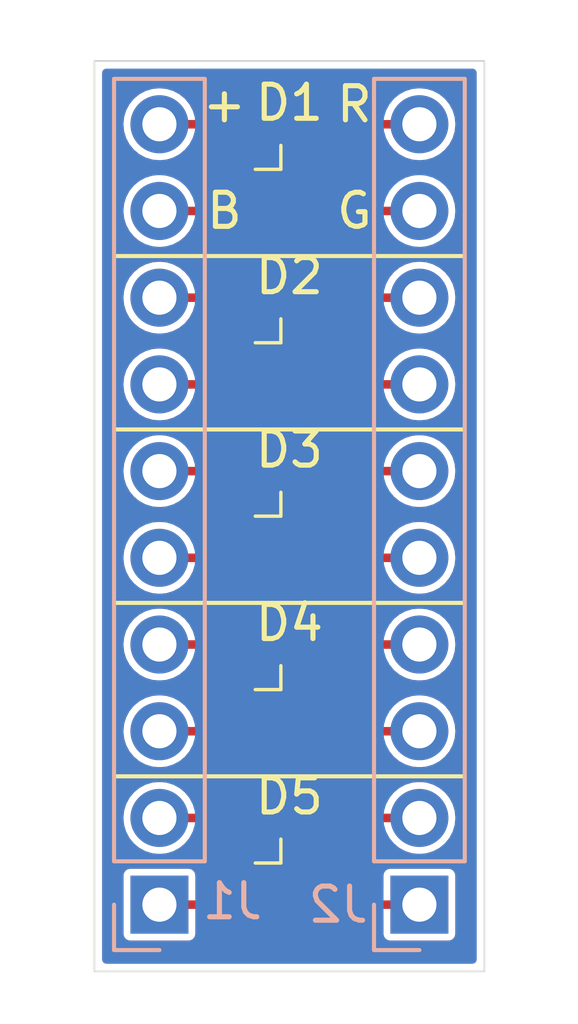
<source format=kicad_pcb>
(kicad_pcb (version 20171130) (host pcbnew "(5.1.2)-1")

  (general
    (thickness 1.6)
    (drawings 12)
    (tracks 40)
    (zones 0)
    (modules 7)
    (nets 21)
  )

  (page A4)
  (layers
    (0 F.Cu signal)
    (31 B.Cu signal)
    (32 B.Adhes user)
    (33 F.Adhes user)
    (34 B.Paste user)
    (35 F.Paste user)
    (36 B.SilkS user)
    (37 F.SilkS user)
    (38 B.Mask user)
    (39 F.Mask user)
    (40 Dwgs.User user)
    (41 Cmts.User user)
    (42 Eco1.User user)
    (43 Eco2.User user)
    (44 Edge.Cuts user)
    (45 Margin user)
    (46 B.CrtYd user)
    (47 F.CrtYd user)
    (48 B.Fab user)
    (49 F.Fab user)
  )

  (setup
    (last_trace_width 0.25)
    (user_trace_width 0.2)
    (trace_clearance 0.2)
    (zone_clearance 0.2)
    (zone_45_only no)
    (trace_min 0.2)
    (via_size 0.8)
    (via_drill 0.4)
    (via_min_size 0.4)
    (via_min_drill 0.3)
    (uvia_size 0.3)
    (uvia_drill 0.1)
    (uvias_allowed no)
    (uvia_min_size 0.2)
    (uvia_min_drill 0.1)
    (edge_width 0.05)
    (segment_width 0.2)
    (pcb_text_width 0.3)
    (pcb_text_size 1.5 1.5)
    (mod_edge_width 0.12)
    (mod_text_size 1 1)
    (mod_text_width 0.15)
    (pad_size 1.524 1.524)
    (pad_drill 0.762)
    (pad_to_mask_clearance 0.051)
    (solder_mask_min_width 0.25)
    (aux_axis_origin 0 0)
    (visible_elements 7FFFFFFF)
    (pcbplotparams
      (layerselection 0x010fc_ffffffff)
      (usegerberextensions false)
      (usegerberattributes false)
      (usegerberadvancedattributes false)
      (creategerberjobfile false)
      (excludeedgelayer true)
      (linewidth 0.100000)
      (plotframeref false)
      (viasonmask false)
      (mode 1)
      (useauxorigin false)
      (hpglpennumber 1)
      (hpglpenspeed 20)
      (hpglpendiameter 15.000000)
      (psnegative false)
      (psa4output false)
      (plotreference true)
      (plotvalue true)
      (plotinvisibletext false)
      (padsonsilk false)
      (subtractmaskfromsilk false)
      (outputformat 1)
      (mirror false)
      (drillshape 1)
      (scaleselection 1)
      (outputdirectory ""))
  )

  (net 0 "")
  (net 1 "Net-(D1-Pad4)")
  (net 2 "Net-(D1-Pad3)")
  (net 3 "Net-(D1-Pad2)")
  (net 4 "Net-(D1-Pad1)")
  (net 5 "Net-(D2-Pad4)")
  (net 6 "Net-(D2-Pad3)")
  (net 7 "Net-(D2-Pad2)")
  (net 8 "Net-(D2-Pad1)")
  (net 9 "Net-(D3-Pad4)")
  (net 10 "Net-(D3-Pad3)")
  (net 11 "Net-(D3-Pad2)")
  (net 12 "Net-(D3-Pad1)")
  (net 13 "Net-(D4-Pad4)")
  (net 14 "Net-(D4-Pad3)")
  (net 15 "Net-(D4-Pad2)")
  (net 16 "Net-(D4-Pad1)")
  (net 17 "Net-(D5-Pad4)")
  (net 18 "Net-(D5-Pad3)")
  (net 19 "Net-(D5-Pad2)")
  (net 20 "Net-(D5-Pad1)")

  (net_class Default "This is the default net class."
    (clearance 0.2)
    (trace_width 0.25)
    (via_dia 0.8)
    (via_drill 0.4)
    (uvia_dia 0.3)
    (uvia_drill 0.1)
    (add_net "Net-(D1-Pad1)")
    (add_net "Net-(D1-Pad2)")
    (add_net "Net-(D1-Pad3)")
    (add_net "Net-(D1-Pad4)")
    (add_net "Net-(D2-Pad1)")
    (add_net "Net-(D2-Pad2)")
    (add_net "Net-(D2-Pad3)")
    (add_net "Net-(D2-Pad4)")
    (add_net "Net-(D3-Pad1)")
    (add_net "Net-(D3-Pad2)")
    (add_net "Net-(D3-Pad3)")
    (add_net "Net-(D3-Pad4)")
    (add_net "Net-(D4-Pad1)")
    (add_net "Net-(D4-Pad2)")
    (add_net "Net-(D4-Pad3)")
    (add_net "Net-(D4-Pad4)")
    (add_net "Net-(D5-Pad1)")
    (add_net "Net-(D5-Pad2)")
    (add_net "Net-(D5-Pad3)")
    (add_net "Net-(D5-Pad4)")
  )

  (module LED_SMD:LED_RGB_EAST1616RGBA3 (layer F.Cu) (tedit 5D88A18F) (tstamp 5D74417F)
    (at 140.97 105.41 180)
    (path /5D753E2C)
    (fp_text reference D5 (at 0 1.95) (layer F.SilkS)
      (effects (font (size 1 1) (thickness 0.15)))
    )
    (fp_text value LED_BGRA (at 0 -1.95) (layer F.Fab)
      (effects (font (size 1 1) (thickness 0.15)))
    )
    (fp_line (start 0.25 0.7) (end 0.25 0) (layer F.SilkS) (width 0.1))
    (fp_line (start 0.25 0) (end 1 0) (layer F.SilkS) (width 0.1))
    (fp_line (start -1.1 -0.85) (end -1.1 0.85) (layer F.CrtYd) (width 0.05))
    (fp_line (start -1.1 0.85) (end 1.1 0.85) (layer F.CrtYd) (width 0.05))
    (fp_line (start 1.1 0.85) (end 1.1 -0.85) (layer F.CrtYd) (width 0.05))
    (fp_line (start 1.1 -0.85) (end -1.1 -0.85) (layer F.CrtYd) (width 0.05))
    (pad 2 smd rect (at -0.7 -0.45 180) (size 0.6 0.65) (layers F.Cu F.Paste F.Mask)
      (net 19 "Net-(D5-Pad2)"))
    (pad 1 smd rect (at -0.7 0.45 180) (size 0.6 0.65) (layers F.Cu F.Paste F.Mask)
      (net 20 "Net-(D5-Pad1)"))
    (pad 3 smd rect (at 0.7 -0.45 180) (size 0.6 0.65) (layers F.Cu F.Paste F.Mask)
      (net 18 "Net-(D5-Pad3)"))
    (pad 4 smd rect (at 0.7 0.45 180) (size 0.6 0.65) (layers F.Cu F.Paste F.Mask)
      (net 17 "Net-(D5-Pad4)"))
    (model Z:/project/kicad/custom_libs/models/LED.3dshapes/EAST1616RGBA0.IGS
      (at (xyz 0 0 0))
      (scale (xyz 1 1 1))
      (rotate (xyz 0 0 0))
    )
  )

  (module LED_SMD:LED_RGB_EAST1616RGBA3 (layer F.Cu) (tedit 5D88A18F) (tstamp 5D744171)
    (at 140.97 100.33 180)
    (path /5D7532DC)
    (fp_text reference D4 (at 0 1.95) (layer F.SilkS)
      (effects (font (size 1 1) (thickness 0.15)))
    )
    (fp_text value LED_BGRA (at 0 -1.95) (layer F.Fab)
      (effects (font (size 1 1) (thickness 0.15)))
    )
    (fp_line (start 0.25 0.7) (end 0.25 0) (layer F.SilkS) (width 0.1))
    (fp_line (start 0.25 0) (end 1 0) (layer F.SilkS) (width 0.1))
    (fp_line (start -1.1 -0.85) (end -1.1 0.85) (layer F.CrtYd) (width 0.05))
    (fp_line (start -1.1 0.85) (end 1.1 0.85) (layer F.CrtYd) (width 0.05))
    (fp_line (start 1.1 0.85) (end 1.1 -0.85) (layer F.CrtYd) (width 0.05))
    (fp_line (start 1.1 -0.85) (end -1.1 -0.85) (layer F.CrtYd) (width 0.05))
    (pad 2 smd rect (at -0.7 -0.45 180) (size 0.6 0.65) (layers F.Cu F.Paste F.Mask)
      (net 15 "Net-(D4-Pad2)"))
    (pad 1 smd rect (at -0.7 0.45 180) (size 0.6 0.65) (layers F.Cu F.Paste F.Mask)
      (net 16 "Net-(D4-Pad1)"))
    (pad 3 smd rect (at 0.7 -0.45 180) (size 0.6 0.65) (layers F.Cu F.Paste F.Mask)
      (net 14 "Net-(D4-Pad3)"))
    (pad 4 smd rect (at 0.7 0.45 180) (size 0.6 0.65) (layers F.Cu F.Paste F.Mask)
      (net 13 "Net-(D4-Pad4)"))
    (model Z:/project/kicad/custom_libs/models/LED.3dshapes/EAST1616RGBA0.IGS
      (at (xyz 0 0 0))
      (scale (xyz 1 1 1))
      (rotate (xyz 0 0 0))
    )
  )

  (module LED_SMD:LED_RGB_EAST1616RGBA3 (layer F.Cu) (tedit 5D88A18F) (tstamp 5D744163)
    (at 140.97 95.25 180)
    (path /5D7527AC)
    (fp_text reference D3 (at 0 1.95) (layer F.SilkS)
      (effects (font (size 1 1) (thickness 0.15)))
    )
    (fp_text value LED_BGRA (at 0 -1.95) (layer F.Fab)
      (effects (font (size 1 1) (thickness 0.15)))
    )
    (fp_line (start 0.25 0.7) (end 0.25 0) (layer F.SilkS) (width 0.1))
    (fp_line (start 0.25 0) (end 1 0) (layer F.SilkS) (width 0.1))
    (fp_line (start -1.1 -0.85) (end -1.1 0.85) (layer F.CrtYd) (width 0.05))
    (fp_line (start -1.1 0.85) (end 1.1 0.85) (layer F.CrtYd) (width 0.05))
    (fp_line (start 1.1 0.85) (end 1.1 -0.85) (layer F.CrtYd) (width 0.05))
    (fp_line (start 1.1 -0.85) (end -1.1 -0.85) (layer F.CrtYd) (width 0.05))
    (pad 2 smd rect (at -0.7 -0.45 180) (size 0.6 0.65) (layers F.Cu F.Paste F.Mask)
      (net 11 "Net-(D3-Pad2)"))
    (pad 1 smd rect (at -0.7 0.45 180) (size 0.6 0.65) (layers F.Cu F.Paste F.Mask)
      (net 12 "Net-(D3-Pad1)"))
    (pad 3 smd rect (at 0.7 -0.45 180) (size 0.6 0.65) (layers F.Cu F.Paste F.Mask)
      (net 10 "Net-(D3-Pad3)"))
    (pad 4 smd rect (at 0.7 0.45 180) (size 0.6 0.65) (layers F.Cu F.Paste F.Mask)
      (net 9 "Net-(D3-Pad4)"))
    (model Z:/project/kicad/custom_libs/models/LED.3dshapes/EAST1616RGBA0.IGS
      (at (xyz 0 0 0))
      (scale (xyz 1 1 1))
      (rotate (xyz 0 0 0))
    )
  )

  (module LED_SMD:LED_RGB_EAST1616RGBA3 (layer F.Cu) (tedit 5D88A18F) (tstamp 5D744155)
    (at 140.97 90.17 180)
    (path /5D751D27)
    (fp_text reference D2 (at 0 1.95) (layer F.SilkS)
      (effects (font (size 1 1) (thickness 0.15)))
    )
    (fp_text value LED_BGRA (at 0 -1.95) (layer F.Fab)
      (effects (font (size 1 1) (thickness 0.15)))
    )
    (fp_line (start 0.25 0.7) (end 0.25 0) (layer F.SilkS) (width 0.1))
    (fp_line (start 0.25 0) (end 1 0) (layer F.SilkS) (width 0.1))
    (fp_line (start -1.1 -0.85) (end -1.1 0.85) (layer F.CrtYd) (width 0.05))
    (fp_line (start -1.1 0.85) (end 1.1 0.85) (layer F.CrtYd) (width 0.05))
    (fp_line (start 1.1 0.85) (end 1.1 -0.85) (layer F.CrtYd) (width 0.05))
    (fp_line (start 1.1 -0.85) (end -1.1 -0.85) (layer F.CrtYd) (width 0.05))
    (pad 2 smd rect (at -0.7 -0.45 180) (size 0.6 0.65) (layers F.Cu F.Paste F.Mask)
      (net 7 "Net-(D2-Pad2)"))
    (pad 1 smd rect (at -0.7 0.45 180) (size 0.6 0.65) (layers F.Cu F.Paste F.Mask)
      (net 8 "Net-(D2-Pad1)"))
    (pad 3 smd rect (at 0.7 -0.45 180) (size 0.6 0.65) (layers F.Cu F.Paste F.Mask)
      (net 6 "Net-(D2-Pad3)"))
    (pad 4 smd rect (at 0.7 0.45 180) (size 0.6 0.65) (layers F.Cu F.Paste F.Mask)
      (net 5 "Net-(D2-Pad4)"))
    (model Z:/project/kicad/custom_libs/models/LED.3dshapes/EAST1616RGBA0.IGS
      (at (xyz 0 0 0))
      (scale (xyz 1 1 1))
      (rotate (xyz 0 0 0))
    )
  )

  (module LED_SMD:LED_RGB_EAST1616RGBA3 (layer F.Cu) (tedit 5D88A18F) (tstamp 5D744147)
    (at 140.97 85.09 180)
    (path /5D74BA63)
    (fp_text reference D1 (at 0 1.95) (layer F.SilkS)
      (effects (font (size 1 1) (thickness 0.15)))
    )
    (fp_text value LED_BGRA (at 0 -1.95) (layer F.Fab)
      (effects (font (size 1 1) (thickness 0.15)))
    )
    (fp_line (start 0.25 0.7) (end 0.25 0) (layer F.SilkS) (width 0.1))
    (fp_line (start 0.25 0) (end 1 0) (layer F.SilkS) (width 0.1))
    (fp_line (start -1.1 -0.85) (end -1.1 0.85) (layer F.CrtYd) (width 0.05))
    (fp_line (start -1.1 0.85) (end 1.1 0.85) (layer F.CrtYd) (width 0.05))
    (fp_line (start 1.1 0.85) (end 1.1 -0.85) (layer F.CrtYd) (width 0.05))
    (fp_line (start 1.1 -0.85) (end -1.1 -0.85) (layer F.CrtYd) (width 0.05))
    (pad 2 smd rect (at -0.7 -0.45 180) (size 0.6 0.65) (layers F.Cu F.Paste F.Mask)
      (net 3 "Net-(D1-Pad2)"))
    (pad 1 smd rect (at -0.7 0.45 180) (size 0.6 0.65) (layers F.Cu F.Paste F.Mask)
      (net 4 "Net-(D1-Pad1)"))
    (pad 3 smd rect (at 0.7 -0.45 180) (size 0.6 0.65) (layers F.Cu F.Paste F.Mask)
      (net 2 "Net-(D1-Pad3)"))
    (pad 4 smd rect (at 0.7 0.45 180) (size 0.6 0.65) (layers F.Cu F.Paste F.Mask)
      (net 1 "Net-(D1-Pad4)"))
    (model Z:/project/kicad/custom_libs/models/LED.3dshapes/EAST1616RGBA0.IGS
      (at (xyz 0 0 0))
      (scale (xyz 1 1 1))
      (rotate (xyz 0 0 0))
    )
  )

  (module Connector_PinHeader_2.54mm:PinHeader_1x10_P2.54mm_Vertical (layer B.Cu) (tedit 59FED5CC) (tstamp 5D7441BB)
    (at 144.78 106.63)
    (descr "Through hole straight pin header, 1x10, 2.54mm pitch, single row")
    (tags "Through hole pin header THT 1x10 2.54mm single row")
    (path /5D74ACC4)
    (fp_text reference J2 (at -2.38 0) (layer B.SilkS)
      (effects (font (size 1 1) (thickness 0.15)) (justify mirror))
    )
    (fp_text value Conn_01x10 (at 0 -25.19) (layer B.Fab)
      (effects (font (size 1 1) (thickness 0.15)) (justify mirror))
    )
    (fp_text user %R (at 0 -11.43 -90) (layer B.Fab)
      (effects (font (size 1 1) (thickness 0.15)) (justify mirror))
    )
    (fp_line (start 1.8 1.8) (end -1.8 1.8) (layer B.CrtYd) (width 0.05))
    (fp_line (start 1.8 -24.65) (end 1.8 1.8) (layer B.CrtYd) (width 0.05))
    (fp_line (start -1.8 -24.65) (end 1.8 -24.65) (layer B.CrtYd) (width 0.05))
    (fp_line (start -1.8 1.8) (end -1.8 -24.65) (layer B.CrtYd) (width 0.05))
    (fp_line (start -1.33 1.33) (end 0 1.33) (layer B.SilkS) (width 0.12))
    (fp_line (start -1.33 0) (end -1.33 1.33) (layer B.SilkS) (width 0.12))
    (fp_line (start -1.33 -1.27) (end 1.33 -1.27) (layer B.SilkS) (width 0.12))
    (fp_line (start 1.33 -1.27) (end 1.33 -24.19) (layer B.SilkS) (width 0.12))
    (fp_line (start -1.33 -1.27) (end -1.33 -24.19) (layer B.SilkS) (width 0.12))
    (fp_line (start -1.33 -24.19) (end 1.33 -24.19) (layer B.SilkS) (width 0.12))
    (fp_line (start -1.27 0.635) (end -0.635 1.27) (layer B.Fab) (width 0.1))
    (fp_line (start -1.27 -24.13) (end -1.27 0.635) (layer B.Fab) (width 0.1))
    (fp_line (start 1.27 -24.13) (end -1.27 -24.13) (layer B.Fab) (width 0.1))
    (fp_line (start 1.27 1.27) (end 1.27 -24.13) (layer B.Fab) (width 0.1))
    (fp_line (start -0.635 1.27) (end 1.27 1.27) (layer B.Fab) (width 0.1))
    (pad 10 thru_hole oval (at 0 -22.86) (size 1.7 1.7) (drill 1) (layers *.Cu *.Mask)
      (net 4 "Net-(D1-Pad1)"))
    (pad 9 thru_hole oval (at 0 -20.32) (size 1.7 1.7) (drill 1) (layers *.Cu *.Mask)
      (net 3 "Net-(D1-Pad2)"))
    (pad 8 thru_hole oval (at 0 -17.78) (size 1.7 1.7) (drill 1) (layers *.Cu *.Mask)
      (net 8 "Net-(D2-Pad1)"))
    (pad 7 thru_hole oval (at 0 -15.24) (size 1.7 1.7) (drill 1) (layers *.Cu *.Mask)
      (net 7 "Net-(D2-Pad2)"))
    (pad 6 thru_hole oval (at 0 -12.7) (size 1.7 1.7) (drill 1) (layers *.Cu *.Mask)
      (net 12 "Net-(D3-Pad1)"))
    (pad 5 thru_hole oval (at 0 -10.16) (size 1.7 1.7) (drill 1) (layers *.Cu *.Mask)
      (net 11 "Net-(D3-Pad2)"))
    (pad 4 thru_hole oval (at 0 -7.62) (size 1.7 1.7) (drill 1) (layers *.Cu *.Mask)
      (net 16 "Net-(D4-Pad1)"))
    (pad 3 thru_hole oval (at 0 -5.08) (size 1.7 1.7) (drill 1) (layers *.Cu *.Mask)
      (net 15 "Net-(D4-Pad2)"))
    (pad 2 thru_hole oval (at 0 -2.54) (size 1.7 1.7) (drill 1) (layers *.Cu *.Mask)
      (net 20 "Net-(D5-Pad1)"))
    (pad 1 thru_hole rect (at 0 0) (size 1.7 1.7) (drill 1) (layers *.Cu *.Mask)
      (net 19 "Net-(D5-Pad2)"))
    (model ${KISYS3DMOD}/Connector_PinHeader_2.54mm.3dshapes/PinHeader_1x10_P2.54mm_Vertical.wrl
      (at (xyz 0 0 0))
      (scale (xyz 1 1 1))
      (rotate (xyz 0 0 0))
    )
  )

  (module Connector_PinHeader_2.54mm:PinHeader_1x10_P2.54mm_Vertical (layer B.Cu) (tedit 59FED5CC) (tstamp 5D74419D)
    (at 137.16 106.63)
    (descr "Through hole straight pin header, 1x10, 2.54mm pitch, single row")
    (tags "Through hole pin header THT 1x10 2.54mm single row")
    (path /5D742E5A)
    (fp_text reference J1 (at 2.14 -0.1) (layer B.SilkS)
      (effects (font (size 1 1) (thickness 0.15)) (justify mirror))
    )
    (fp_text value Conn_01x10 (at 0 -25.19) (layer B.Fab)
      (effects (font (size 1 1) (thickness 0.15)) (justify mirror))
    )
    (fp_text user %R (at 0 -11.43 -90) (layer B.Fab)
      (effects (font (size 1 1) (thickness 0.15)) (justify mirror))
    )
    (fp_line (start 1.8 1.8) (end -1.8 1.8) (layer B.CrtYd) (width 0.05))
    (fp_line (start 1.8 -24.65) (end 1.8 1.8) (layer B.CrtYd) (width 0.05))
    (fp_line (start -1.8 -24.65) (end 1.8 -24.65) (layer B.CrtYd) (width 0.05))
    (fp_line (start -1.8 1.8) (end -1.8 -24.65) (layer B.CrtYd) (width 0.05))
    (fp_line (start -1.33 1.33) (end 0 1.33) (layer B.SilkS) (width 0.12))
    (fp_line (start -1.33 0) (end -1.33 1.33) (layer B.SilkS) (width 0.12))
    (fp_line (start -1.33 -1.27) (end 1.33 -1.27) (layer B.SilkS) (width 0.12))
    (fp_line (start 1.33 -1.27) (end 1.33 -24.19) (layer B.SilkS) (width 0.12))
    (fp_line (start -1.33 -1.27) (end -1.33 -24.19) (layer B.SilkS) (width 0.12))
    (fp_line (start -1.33 -24.19) (end 1.33 -24.19) (layer B.SilkS) (width 0.12))
    (fp_line (start -1.27 0.635) (end -0.635 1.27) (layer B.Fab) (width 0.1))
    (fp_line (start -1.27 -24.13) (end -1.27 0.635) (layer B.Fab) (width 0.1))
    (fp_line (start 1.27 -24.13) (end -1.27 -24.13) (layer B.Fab) (width 0.1))
    (fp_line (start 1.27 1.27) (end 1.27 -24.13) (layer B.Fab) (width 0.1))
    (fp_line (start -0.635 1.27) (end 1.27 1.27) (layer B.Fab) (width 0.1))
    (pad 10 thru_hole oval (at 0 -22.86) (size 1.7 1.7) (drill 1) (layers *.Cu *.Mask)
      (net 1 "Net-(D1-Pad4)"))
    (pad 9 thru_hole oval (at 0 -20.32) (size 1.7 1.7) (drill 1) (layers *.Cu *.Mask)
      (net 2 "Net-(D1-Pad3)"))
    (pad 8 thru_hole oval (at 0 -17.78) (size 1.7 1.7) (drill 1) (layers *.Cu *.Mask)
      (net 5 "Net-(D2-Pad4)"))
    (pad 7 thru_hole oval (at 0 -15.24) (size 1.7 1.7) (drill 1) (layers *.Cu *.Mask)
      (net 6 "Net-(D2-Pad3)"))
    (pad 6 thru_hole oval (at 0 -12.7) (size 1.7 1.7) (drill 1) (layers *.Cu *.Mask)
      (net 9 "Net-(D3-Pad4)"))
    (pad 5 thru_hole oval (at 0 -10.16) (size 1.7 1.7) (drill 1) (layers *.Cu *.Mask)
      (net 10 "Net-(D3-Pad3)"))
    (pad 4 thru_hole oval (at 0 -7.62) (size 1.7 1.7) (drill 1) (layers *.Cu *.Mask)
      (net 13 "Net-(D4-Pad4)"))
    (pad 3 thru_hole oval (at 0 -5.08) (size 1.7 1.7) (drill 1) (layers *.Cu *.Mask)
      (net 14 "Net-(D4-Pad3)"))
    (pad 2 thru_hole oval (at 0 -2.54) (size 1.7 1.7) (drill 1) (layers *.Cu *.Mask)
      (net 17 "Net-(D5-Pad4)"))
    (pad 1 thru_hole rect (at 0 0) (size 1.7 1.7) (drill 1) (layers *.Cu *.Mask)
      (net 18 "Net-(D5-Pad3)"))
    (model ${KISYS3DMOD}/Connector_PinHeader_2.54mm.3dshapes/PinHeader_1x10_P2.54mm_Vertical.wrl
      (at (xyz 0 0 0))
      (scale (xyz 1 1 1))
      (rotate (xyz 0 0 0))
    )
  )

  (gr_text R (at 142.875 83.185) (layer F.SilkS) (tstamp 5D87F283)
    (effects (font (size 1 1) (thickness 0.15)))
  )
  (gr_text G (at 142.875 86.305) (layer F.SilkS) (tstamp 5D87F283)
    (effects (font (size 1 1) (thickness 0.15)))
  )
  (gr_text B (at 139.065 86.305) (layer F.SilkS) (tstamp 5D87F280)
    (effects (font (size 1 1) (thickness 0.15)))
  )
  (gr_line (start 135.89 102.87) (end 146.05 102.87) (layer F.SilkS) (width 0.12))
  (gr_line (start 135.89 97.79) (end 146.05 97.79) (layer F.SilkS) (width 0.12))
  (gr_line (start 135.89 92.71) (end 146.05 92.71) (layer F.SilkS) (width 0.12))
  (gr_line (start 135.89 87.63) (end 146.05 87.63) (layer F.SilkS) (width 0.12))
  (gr_text + (at 139.065 83.185) (layer F.SilkS)
    (effects (font (size 1 1) (thickness 0.15)))
  )
  (gr_line (start 146.685 81.915) (end 135.255 81.915) (layer Edge.Cuts) (width 0.05) (tstamp 5D744A94))
  (gr_line (start 146.685 108.585) (end 146.685 81.915) (layer Edge.Cuts) (width 0.05))
  (gr_line (start 135.255 108.585) (end 146.685 108.585) (layer Edge.Cuts) (width 0.05))
  (gr_line (start 135.255 81.915) (end 135.255 108.585) (layer Edge.Cuts) (width 0.05))

  (segment (start 139.4 83.77) (end 140.27 84.64) (width 0.25) (layer F.Cu) (net 1))
  (segment (start 137.16 83.77) (end 139.4 83.77) (width 0.25) (layer F.Cu) (net 1))
  (segment (start 139.5 86.31) (end 140.27 85.54) (width 0.25) (layer F.Cu) (net 2))
  (segment (start 137.16 86.31) (end 139.5 86.31) (width 0.25) (layer F.Cu) (net 2))
  (segment (start 142.44 86.31) (end 141.67 85.54) (width 0.25) (layer F.Cu) (net 3))
  (segment (start 144.78 86.31) (end 142.44 86.31) (width 0.25) (layer F.Cu) (net 3))
  (segment (start 142.54 83.77) (end 141.67 84.64) (width 0.25) (layer F.Cu) (net 4))
  (segment (start 144.78 83.77) (end 142.54 83.77) (width 0.25) (layer F.Cu) (net 4))
  (segment (start 139.4 88.85) (end 140.27 89.72) (width 0.25) (layer F.Cu) (net 5))
  (segment (start 137.16 88.85) (end 139.4 88.85) (width 0.25) (layer F.Cu) (net 5))
  (segment (start 139.5 91.39) (end 140.27 90.62) (width 0.25) (layer F.Cu) (net 6))
  (segment (start 137.16 91.39) (end 139.5 91.39) (width 0.25) (layer F.Cu) (net 6))
  (segment (start 142.44 91.39) (end 141.67 90.62) (width 0.25) (layer F.Cu) (net 7))
  (segment (start 144.78 91.39) (end 142.44 91.39) (width 0.25) (layer F.Cu) (net 7))
  (segment (start 142.54 88.85) (end 141.67 89.72) (width 0.25) (layer F.Cu) (net 8))
  (segment (start 144.78 88.85) (end 142.54 88.85) (width 0.25) (layer F.Cu) (net 8))
  (segment (start 139.4 93.93) (end 140.27 94.8) (width 0.25) (layer F.Cu) (net 9))
  (segment (start 137.16 93.93) (end 139.4 93.93) (width 0.25) (layer F.Cu) (net 9))
  (segment (start 139.5 96.47) (end 140.27 95.7) (width 0.25) (layer F.Cu) (net 10))
  (segment (start 137.16 96.47) (end 139.5 96.47) (width 0.25) (layer F.Cu) (net 10))
  (segment (start 142.44 96.47) (end 141.67 95.7) (width 0.25) (layer F.Cu) (net 11))
  (segment (start 144.78 96.47) (end 142.44 96.47) (width 0.25) (layer F.Cu) (net 11))
  (segment (start 142.54 93.93) (end 141.67 94.8) (width 0.25) (layer F.Cu) (net 12))
  (segment (start 144.78 93.93) (end 142.54 93.93) (width 0.25) (layer F.Cu) (net 12))
  (segment (start 139.4 99.01) (end 140.27 99.88) (width 0.25) (layer F.Cu) (net 13))
  (segment (start 137.16 99.01) (end 139.4 99.01) (width 0.25) (layer F.Cu) (net 13))
  (segment (start 139.5 101.55) (end 140.27 100.78) (width 0.25) (layer F.Cu) (net 14))
  (segment (start 137.16 101.55) (end 139.5 101.55) (width 0.25) (layer F.Cu) (net 14))
  (segment (start 142.44 101.55) (end 141.67 100.78) (width 0.25) (layer F.Cu) (net 15))
  (segment (start 144.78 101.55) (end 142.44 101.55) (width 0.25) (layer F.Cu) (net 15))
  (segment (start 142.54 99.01) (end 141.67 99.88) (width 0.25) (layer F.Cu) (net 16))
  (segment (start 144.78 99.01) (end 142.54 99.01) (width 0.25) (layer F.Cu) (net 16))
  (segment (start 139.4 104.09) (end 140.27 104.96) (width 0.25) (layer F.Cu) (net 17))
  (segment (start 137.16 104.09) (end 139.4 104.09) (width 0.25) (layer F.Cu) (net 17))
  (segment (start 139.5 106.63) (end 140.27 105.86) (width 0.25) (layer F.Cu) (net 18))
  (segment (start 137.16 106.63) (end 139.5 106.63) (width 0.25) (layer F.Cu) (net 18))
  (segment (start 142.44 106.63) (end 141.67 105.86) (width 0.25) (layer F.Cu) (net 19))
  (segment (start 144.78 106.63) (end 142.44 106.63) (width 0.25) (layer F.Cu) (net 19))
  (segment (start 142.54 104.09) (end 141.67 104.96) (width 0.25) (layer F.Cu) (net 20))
  (segment (start 144.78 104.09) (end 142.54 104.09) (width 0.25) (layer F.Cu) (net 20))

  (zone (net 0) (net_name "") (layer F.Cu) (tstamp 0) (hatch edge 0.508)
    (connect_pads (clearance 0.2))
    (min_thickness 0.254)
    (fill yes (arc_segments 32) (thermal_gap 0.508) (thermal_bridge_width 0.508))
    (polygon
      (pts
        (xy 133.1 80.13) (xy 133.3 108.83) (xy 147.1 108.73) (xy 147.2 80.23)
      )
    )
    (filled_polygon
      (pts
        (xy 146.333 108.233) (xy 135.607 108.233) (xy 135.607 104.09) (xy 135.977306 104.09) (xy 136.000031 104.320732)
        (xy 136.067333 104.542597) (xy 136.176626 104.74707) (xy 136.323709 104.926291) (xy 136.50293 105.073374) (xy 136.707403 105.182667)
        (xy 136.929268 105.249969) (xy 137.102188 105.267) (xy 137.217812 105.267) (xy 137.390732 105.249969) (xy 137.612597 105.182667)
        (xy 137.81707 105.073374) (xy 137.996291 104.926291) (xy 138.143374 104.74707) (xy 138.252667 104.542597) (xy 138.252848 104.542)
        (xy 139.212777 104.542) (xy 139.641418 104.970642) (xy 139.641418 105.285) (xy 139.647732 105.349103) (xy 139.666205 105.41)
        (xy 139.647732 105.470897) (xy 139.641418 105.535) (xy 139.641418 105.849358) (xy 139.312777 106.178) (xy 138.338582 106.178)
        (xy 138.338582 105.78) (xy 138.332268 105.715897) (xy 138.31357 105.654257) (xy 138.283206 105.59745) (xy 138.242343 105.547657)
        (xy 138.19255 105.506794) (xy 138.135743 105.47643) (xy 138.074103 105.457732) (xy 138.01 105.451418) (xy 136.31 105.451418)
        (xy 136.245897 105.457732) (xy 136.184257 105.47643) (xy 136.12745 105.506794) (xy 136.077657 105.547657) (xy 136.036794 105.59745)
        (xy 136.00643 105.654257) (xy 135.987732 105.715897) (xy 135.981418 105.78) (xy 135.981418 107.48) (xy 135.987732 107.544103)
        (xy 136.00643 107.605743) (xy 136.036794 107.66255) (xy 136.077657 107.712343) (xy 136.12745 107.753206) (xy 136.184257 107.78357)
        (xy 136.245897 107.802268) (xy 136.31 107.808582) (xy 138.01 107.808582) (xy 138.074103 107.802268) (xy 138.135743 107.78357)
        (xy 138.19255 107.753206) (xy 138.242343 107.712343) (xy 138.283206 107.66255) (xy 138.31357 107.605743) (xy 138.332268 107.544103)
        (xy 138.338582 107.48) (xy 138.338582 107.082) (xy 139.477795 107.082) (xy 139.5 107.084187) (xy 139.522205 107.082)
        (xy 139.588607 107.07546) (xy 139.67381 107.049614) (xy 139.752333 107.007643) (xy 139.821159 106.951159) (xy 139.835323 106.9339)
        (xy 140.255642 106.513582) (xy 140.57 106.513582) (xy 140.634103 106.507268) (xy 140.695743 106.48857) (xy 140.75255 106.458206)
        (xy 140.802343 106.417343) (xy 140.843206 106.36755) (xy 140.87357 106.310743) (xy 140.892268 106.249103) (xy 140.898582 106.185)
        (xy 140.898582 105.535) (xy 140.892268 105.470897) (xy 140.873795 105.41) (xy 140.892268 105.349103) (xy 140.898582 105.285)
        (xy 140.898582 104.635) (xy 141.041418 104.635) (xy 141.041418 105.285) (xy 141.047732 105.349103) (xy 141.066205 105.41)
        (xy 141.047732 105.470897) (xy 141.041418 105.535) (xy 141.041418 106.185) (xy 141.047732 106.249103) (xy 141.06643 106.310743)
        (xy 141.096794 106.36755) (xy 141.137657 106.417343) (xy 141.18745 106.458206) (xy 141.244257 106.48857) (xy 141.305897 106.507268)
        (xy 141.37 106.513582) (xy 141.684358 106.513582) (xy 142.104685 106.93391) (xy 142.118841 106.951159) (xy 142.187667 107.007643)
        (xy 142.26619 107.049614) (xy 142.351393 107.07546) (xy 142.417795 107.082) (xy 142.417796 107.082) (xy 142.439999 107.084187)
        (xy 142.462202 107.082) (xy 143.601418 107.082) (xy 143.601418 107.48) (xy 143.607732 107.544103) (xy 143.62643 107.605743)
        (xy 143.656794 107.66255) (xy 143.697657 107.712343) (xy 143.74745 107.753206) (xy 143.804257 107.78357) (xy 143.865897 107.802268)
        (xy 143.93 107.808582) (xy 145.63 107.808582) (xy 145.694103 107.802268) (xy 145.755743 107.78357) (xy 145.81255 107.753206)
        (xy 145.862343 107.712343) (xy 145.903206 107.66255) (xy 145.93357 107.605743) (xy 145.952268 107.544103) (xy 145.958582 107.48)
        (xy 145.958582 105.78) (xy 145.952268 105.715897) (xy 145.93357 105.654257) (xy 145.903206 105.59745) (xy 145.862343 105.547657)
        (xy 145.81255 105.506794) (xy 145.755743 105.47643) (xy 145.694103 105.457732) (xy 145.63 105.451418) (xy 143.93 105.451418)
        (xy 143.865897 105.457732) (xy 143.804257 105.47643) (xy 143.74745 105.506794) (xy 143.697657 105.547657) (xy 143.656794 105.59745)
        (xy 143.62643 105.654257) (xy 143.607732 105.715897) (xy 143.601418 105.78) (xy 143.601418 106.178) (xy 142.627225 106.178)
        (xy 142.298582 105.849358) (xy 142.298582 105.535) (xy 142.292268 105.470897) (xy 142.273795 105.41) (xy 142.292268 105.349103)
        (xy 142.298582 105.285) (xy 142.298582 104.970641) (xy 142.727224 104.542) (xy 143.687152 104.542) (xy 143.687333 104.542597)
        (xy 143.796626 104.74707) (xy 143.943709 104.926291) (xy 144.12293 105.073374) (xy 144.327403 105.182667) (xy 144.549268 105.249969)
        (xy 144.722188 105.267) (xy 144.837812 105.267) (xy 145.010732 105.249969) (xy 145.232597 105.182667) (xy 145.43707 105.073374)
        (xy 145.616291 104.926291) (xy 145.763374 104.74707) (xy 145.872667 104.542597) (xy 145.939969 104.320732) (xy 145.962694 104.09)
        (xy 145.939969 103.859268) (xy 145.872667 103.637403) (xy 145.763374 103.43293) (xy 145.616291 103.253709) (xy 145.43707 103.106626)
        (xy 145.232597 102.997333) (xy 145.010732 102.930031) (xy 144.837812 102.913) (xy 144.722188 102.913) (xy 144.549268 102.930031)
        (xy 144.327403 102.997333) (xy 144.12293 103.106626) (xy 143.943709 103.253709) (xy 143.796626 103.43293) (xy 143.687333 103.637403)
        (xy 143.687152 103.638) (xy 142.562205 103.638) (xy 142.54 103.635813) (xy 142.451392 103.64454) (xy 142.36619 103.670386)
        (xy 142.287667 103.712357) (xy 142.218841 103.768841) (xy 142.204681 103.786095) (xy 141.684359 104.306418) (xy 141.37 104.306418)
        (xy 141.305897 104.312732) (xy 141.244257 104.33143) (xy 141.18745 104.361794) (xy 141.137657 104.402657) (xy 141.096794 104.45245)
        (xy 141.06643 104.509257) (xy 141.047732 104.570897) (xy 141.041418 104.635) (xy 140.898582 104.635) (xy 140.892268 104.570897)
        (xy 140.87357 104.509257) (xy 140.843206 104.45245) (xy 140.802343 104.402657) (xy 140.75255 104.361794) (xy 140.695743 104.33143)
        (xy 140.634103 104.312732) (xy 140.57 104.306418) (xy 140.255642 104.306418) (xy 139.735323 103.7861) (xy 139.721159 103.768841)
        (xy 139.652333 103.712357) (xy 139.57381 103.670386) (xy 139.488607 103.64454) (xy 139.422205 103.638) (xy 139.4 103.635813)
        (xy 139.377795 103.638) (xy 138.252848 103.638) (xy 138.252667 103.637403) (xy 138.143374 103.43293) (xy 137.996291 103.253709)
        (xy 137.81707 103.106626) (xy 137.612597 102.997333) (xy 137.390732 102.930031) (xy 137.217812 102.913) (xy 137.102188 102.913)
        (xy 136.929268 102.930031) (xy 136.707403 102.997333) (xy 136.50293 103.106626) (xy 136.323709 103.253709) (xy 136.176626 103.43293)
        (xy 136.067333 103.637403) (xy 136.000031 103.859268) (xy 135.977306 104.09) (xy 135.607 104.09) (xy 135.607 99.01)
        (xy 135.977306 99.01) (xy 136.000031 99.240732) (xy 136.067333 99.462597) (xy 136.176626 99.66707) (xy 136.323709 99.846291)
        (xy 136.50293 99.993374) (xy 136.707403 100.102667) (xy 136.929268 100.169969) (xy 137.102188 100.187) (xy 137.217812 100.187)
        (xy 137.390732 100.169969) (xy 137.612597 100.102667) (xy 137.81707 99.993374) (xy 137.996291 99.846291) (xy 138.143374 99.66707)
        (xy 138.252667 99.462597) (xy 138.252848 99.462) (xy 139.212777 99.462) (xy 139.641418 99.890642) (xy 139.641418 100.205)
        (xy 139.647732 100.269103) (xy 139.666205 100.33) (xy 139.647732 100.390897) (xy 139.641418 100.455) (xy 139.641418 100.769358)
        (xy 139.312777 101.098) (xy 138.252848 101.098) (xy 138.252667 101.097403) (xy 138.143374 100.89293) (xy 137.996291 100.713709)
        (xy 137.81707 100.566626) (xy 137.612597 100.457333) (xy 137.390732 100.390031) (xy 137.217812 100.373) (xy 137.102188 100.373)
        (xy 136.929268 100.390031) (xy 136.707403 100.457333) (xy 136.50293 100.566626) (xy 136.323709 100.713709) (xy 136.176626 100.89293)
        (xy 136.067333 101.097403) (xy 136.000031 101.319268) (xy 135.977306 101.55) (xy 136.000031 101.780732) (xy 136.067333 102.002597)
        (xy 136.176626 102.20707) (xy 136.323709 102.386291) (xy 136.50293 102.533374) (xy 136.707403 102.642667) (xy 136.929268 102.709969)
        (xy 137.102188 102.727) (xy 137.217812 102.727) (xy 137.390732 102.709969) (xy 137.612597 102.642667) (xy 137.81707 102.533374)
        (xy 137.996291 102.386291) (xy 138.143374 102.20707) (xy 138.252667 102.002597) (xy 138.252848 102.002) (xy 139.477795 102.002)
        (xy 139.5 102.004187) (xy 139.522205 102.002) (xy 139.588607 101.99546) (xy 139.67381 101.969614) (xy 139.752333 101.927643)
        (xy 139.821159 101.871159) (xy 139.835323 101.8539) (xy 140.255642 101.433582) (xy 140.57 101.433582) (xy 140.634103 101.427268)
        (xy 140.695743 101.40857) (xy 140.75255 101.378206) (xy 140.802343 101.337343) (xy 140.843206 101.28755) (xy 140.87357 101.230743)
        (xy 140.892268 101.169103) (xy 140.898582 101.105) (xy 140.898582 100.455) (xy 140.892268 100.390897) (xy 140.873795 100.33)
        (xy 140.892268 100.269103) (xy 140.898582 100.205) (xy 140.898582 99.555) (xy 141.041418 99.555) (xy 141.041418 100.205)
        (xy 141.047732 100.269103) (xy 141.066205 100.33) (xy 141.047732 100.390897) (xy 141.041418 100.455) (xy 141.041418 101.105)
        (xy 141.047732 101.169103) (xy 141.06643 101.230743) (xy 141.096794 101.28755) (xy 141.137657 101.337343) (xy 141.18745 101.378206)
        (xy 141.244257 101.40857) (xy 141.305897 101.427268) (xy 141.37 101.433582) (xy 141.684358 101.433582) (xy 142.104685 101.85391)
        (xy 142.118841 101.871159) (xy 142.187667 101.927643) (xy 142.26619 101.969614) (xy 142.351393 101.99546) (xy 142.417795 102.002)
        (xy 142.417796 102.002) (xy 142.439999 102.004187) (xy 142.462202 102.002) (xy 143.687152 102.002) (xy 143.687333 102.002597)
        (xy 143.796626 102.20707) (xy 143.943709 102.386291) (xy 144.12293 102.533374) (xy 144.327403 102.642667) (xy 144.549268 102.709969)
        (xy 144.722188 102.727) (xy 144.837812 102.727) (xy 145.010732 102.709969) (xy 145.232597 102.642667) (xy 145.43707 102.533374)
        (xy 145.616291 102.386291) (xy 145.763374 102.20707) (xy 145.872667 102.002597) (xy 145.939969 101.780732) (xy 145.962694 101.55)
        (xy 145.939969 101.319268) (xy 145.872667 101.097403) (xy 145.763374 100.89293) (xy 145.616291 100.713709) (xy 145.43707 100.566626)
        (xy 145.232597 100.457333) (xy 145.010732 100.390031) (xy 144.837812 100.373) (xy 144.722188 100.373) (xy 144.549268 100.390031)
        (xy 144.327403 100.457333) (xy 144.12293 100.566626) (xy 143.943709 100.713709) (xy 143.796626 100.89293) (xy 143.687333 101.097403)
        (xy 143.687152 101.098) (xy 142.627225 101.098) (xy 142.298582 100.769358) (xy 142.298582 100.455) (xy 142.292268 100.390897)
        (xy 142.273795 100.33) (xy 142.292268 100.269103) (xy 142.298582 100.205) (xy 142.298582 99.890641) (xy 142.727224 99.462)
        (xy 143.687152 99.462) (xy 143.687333 99.462597) (xy 143.796626 99.66707) (xy 143.943709 99.846291) (xy 144.12293 99.993374)
        (xy 144.327403 100.102667) (xy 144.549268 100.169969) (xy 144.722188 100.187) (xy 144.837812 100.187) (xy 145.010732 100.169969)
        (xy 145.232597 100.102667) (xy 145.43707 99.993374) (xy 145.616291 99.846291) (xy 145.763374 99.66707) (xy 145.872667 99.462597)
        (xy 145.939969 99.240732) (xy 145.962694 99.01) (xy 145.939969 98.779268) (xy 145.872667 98.557403) (xy 145.763374 98.35293)
        (xy 145.616291 98.173709) (xy 145.43707 98.026626) (xy 145.232597 97.917333) (xy 145.010732 97.850031) (xy 144.837812 97.833)
        (xy 144.722188 97.833) (xy 144.549268 97.850031) (xy 144.327403 97.917333) (xy 144.12293 98.026626) (xy 143.943709 98.173709)
        (xy 143.796626 98.35293) (xy 143.687333 98.557403) (xy 143.687152 98.558) (xy 142.562205 98.558) (xy 142.54 98.555813)
        (xy 142.451392 98.56454) (xy 142.36619 98.590386) (xy 142.287667 98.632357) (xy 142.218841 98.688841) (xy 142.204681 98.706095)
        (xy 141.684359 99.226418) (xy 141.37 99.226418) (xy 141.305897 99.232732) (xy 141.244257 99.25143) (xy 141.18745 99.281794)
        (xy 141.137657 99.322657) (xy 141.096794 99.37245) (xy 141.06643 99.429257) (xy 141.047732 99.490897) (xy 141.041418 99.555)
        (xy 140.898582 99.555) (xy 140.892268 99.490897) (xy 140.87357 99.429257) (xy 140.843206 99.37245) (xy 140.802343 99.322657)
        (xy 140.75255 99.281794) (xy 140.695743 99.25143) (xy 140.634103 99.232732) (xy 140.57 99.226418) (xy 140.255642 99.226418)
        (xy 139.735323 98.7061) (xy 139.721159 98.688841) (xy 139.652333 98.632357) (xy 139.57381 98.590386) (xy 139.488607 98.56454)
        (xy 139.422205 98.558) (xy 139.4 98.555813) (xy 139.377795 98.558) (xy 138.252848 98.558) (xy 138.252667 98.557403)
        (xy 138.143374 98.35293) (xy 137.996291 98.173709) (xy 137.81707 98.026626) (xy 137.612597 97.917333) (xy 137.390732 97.850031)
        (xy 137.217812 97.833) (xy 137.102188 97.833) (xy 136.929268 97.850031) (xy 136.707403 97.917333) (xy 136.50293 98.026626)
        (xy 136.323709 98.173709) (xy 136.176626 98.35293) (xy 136.067333 98.557403) (xy 136.000031 98.779268) (xy 135.977306 99.01)
        (xy 135.607 99.01) (xy 135.607 93.93) (xy 135.977306 93.93) (xy 136.000031 94.160732) (xy 136.067333 94.382597)
        (xy 136.176626 94.58707) (xy 136.323709 94.766291) (xy 136.50293 94.913374) (xy 136.707403 95.022667) (xy 136.929268 95.089969)
        (xy 137.102188 95.107) (xy 137.217812 95.107) (xy 137.390732 95.089969) (xy 137.612597 95.022667) (xy 137.81707 94.913374)
        (xy 137.996291 94.766291) (xy 138.143374 94.58707) (xy 138.252667 94.382597) (xy 138.252848 94.382) (xy 139.212777 94.382)
        (xy 139.641418 94.810642) (xy 139.641418 95.125) (xy 139.647732 95.189103) (xy 139.666205 95.25) (xy 139.647732 95.310897)
        (xy 139.641418 95.375) (xy 139.641418 95.689358) (xy 139.312777 96.018) (xy 138.252848 96.018) (xy 138.252667 96.017403)
        (xy 138.143374 95.81293) (xy 137.996291 95.633709) (xy 137.81707 95.486626) (xy 137.612597 95.377333) (xy 137.390732 95.310031)
        (xy 137.217812 95.293) (xy 137.102188 95.293) (xy 136.929268 95.310031) (xy 136.707403 95.377333) (xy 136.50293 95.486626)
        (xy 136.323709 95.633709) (xy 136.176626 95.81293) (xy 136.067333 96.017403) (xy 136.000031 96.239268) (xy 135.977306 96.47)
        (xy 136.000031 96.700732) (xy 136.067333 96.922597) (xy 136.176626 97.12707) (xy 136.323709 97.306291) (xy 136.50293 97.453374)
        (xy 136.707403 97.562667) (xy 136.929268 97.629969) (xy 137.102188 97.647) (xy 137.217812 97.647) (xy 137.390732 97.629969)
        (xy 137.612597 97.562667) (xy 137.81707 97.453374) (xy 137.996291 97.306291) (xy 138.143374 97.12707) (xy 138.252667 96.922597)
        (xy 138.252848 96.922) (xy 139.477795 96.922) (xy 139.5 96.924187) (xy 139.522205 96.922) (xy 139.588607 96.91546)
        (xy 139.67381 96.889614) (xy 139.752333 96.847643) (xy 139.821159 96.791159) (xy 139.835323 96.7739) (xy 140.255642 96.353582)
        (xy 140.57 96.353582) (xy 140.634103 96.347268) (xy 140.695743 96.32857) (xy 140.75255 96.298206) (xy 140.802343 96.257343)
        (xy 140.843206 96.20755) (xy 140.87357 96.150743) (xy 140.892268 96.089103) (xy 140.898582 96.025) (xy 140.898582 95.375)
        (xy 140.892268 95.310897) (xy 140.873795 95.25) (xy 140.892268 95.189103) (xy 140.898582 95.125) (xy 140.898582 94.475)
        (xy 141.041418 94.475) (xy 141.041418 95.125) (xy 141.047732 95.189103) (xy 141.066205 95.25) (xy 141.047732 95.310897)
        (xy 141.041418 95.375) (xy 141.041418 96.025) (xy 141.047732 96.089103) (xy 141.06643 96.150743) (xy 141.096794 96.20755)
        (xy 141.137657 96.257343) (xy 141.18745 96.298206) (xy 141.244257 96.32857) (xy 141.305897 96.347268) (xy 141.37 96.353582)
        (xy 141.684358 96.353582) (xy 142.104685 96.77391) (xy 142.118841 96.791159) (xy 142.187667 96.847643) (xy 142.26619 96.889614)
        (xy 142.351393 96.91546) (xy 142.417795 96.922) (xy 142.417796 96.922) (xy 142.439999 96.924187) (xy 142.462202 96.922)
        (xy 143.687152 96.922) (xy 143.687333 96.922597) (xy 143.796626 97.12707) (xy 143.943709 97.306291) (xy 144.12293 97.453374)
        (xy 144.327403 97.562667) (xy 144.549268 97.629969) (xy 144.722188 97.647) (xy 144.837812 97.647) (xy 145.010732 97.629969)
        (xy 145.232597 97.562667) (xy 145.43707 97.453374) (xy 145.616291 97.306291) (xy 145.763374 97.12707) (xy 145.872667 96.922597)
        (xy 145.939969 96.700732) (xy 145.962694 96.47) (xy 145.939969 96.239268) (xy 145.872667 96.017403) (xy 145.763374 95.81293)
        (xy 145.616291 95.633709) (xy 145.43707 95.486626) (xy 145.232597 95.377333) (xy 145.010732 95.310031) (xy 144.837812 95.293)
        (xy 144.722188 95.293) (xy 144.549268 95.310031) (xy 144.327403 95.377333) (xy 144.12293 95.486626) (xy 143.943709 95.633709)
        (xy 143.796626 95.81293) (xy 143.687333 96.017403) (xy 143.687152 96.018) (xy 142.627225 96.018) (xy 142.298582 95.689358)
        (xy 142.298582 95.375) (xy 142.292268 95.310897) (xy 142.273795 95.25) (xy 142.292268 95.189103) (xy 142.298582 95.125)
        (xy 142.298582 94.810641) (xy 142.727224 94.382) (xy 143.687152 94.382) (xy 143.687333 94.382597) (xy 143.796626 94.58707)
        (xy 143.943709 94.766291) (xy 144.12293 94.913374) (xy 144.327403 95.022667) (xy 144.549268 95.089969) (xy 144.722188 95.107)
        (xy 144.837812 95.107) (xy 145.010732 95.089969) (xy 145.232597 95.022667) (xy 145.43707 94.913374) (xy 145.616291 94.766291)
        (xy 145.763374 94.58707) (xy 145.872667 94.382597) (xy 145.939969 94.160732) (xy 145.962694 93.93) (xy 145.939969 93.699268)
        (xy 145.872667 93.477403) (xy 145.763374 93.27293) (xy 145.616291 93.093709) (xy 145.43707 92.946626) (xy 145.232597 92.837333)
        (xy 145.010732 92.770031) (xy 144.837812 92.753) (xy 144.722188 92.753) (xy 144.549268 92.770031) (xy 144.327403 92.837333)
        (xy 144.12293 92.946626) (xy 143.943709 93.093709) (xy 143.796626 93.27293) (xy 143.687333 93.477403) (xy 143.687152 93.478)
        (xy 142.562205 93.478) (xy 142.54 93.475813) (xy 142.451392 93.48454) (xy 142.36619 93.510386) (xy 142.287667 93.552357)
        (xy 142.218841 93.608841) (xy 142.204681 93.626095) (xy 141.684359 94.146418) (xy 141.37 94.146418) (xy 141.305897 94.152732)
        (xy 141.244257 94.17143) (xy 141.18745 94.201794) (xy 141.137657 94.242657) (xy 141.096794 94.29245) (xy 141.06643 94.349257)
        (xy 141.047732 94.410897) (xy 141.041418 94.475) (xy 140.898582 94.475) (xy 140.892268 94.410897) (xy 140.87357 94.349257)
        (xy 140.843206 94.29245) (xy 140.802343 94.242657) (xy 140.75255 94.201794) (xy 140.695743 94.17143) (xy 140.634103 94.152732)
        (xy 140.57 94.146418) (xy 140.255642 94.146418) (xy 139.735323 93.6261) (xy 139.721159 93.608841) (xy 139.652333 93.552357)
        (xy 139.57381 93.510386) (xy 139.488607 93.48454) (xy 139.422205 93.478) (xy 139.4 93.475813) (xy 139.377795 93.478)
        (xy 138.252848 93.478) (xy 138.252667 93.477403) (xy 138.143374 93.27293) (xy 137.996291 93.093709) (xy 137.81707 92.946626)
        (xy 137.612597 92.837333) (xy 137.390732 92.770031) (xy 137.217812 92.753) (xy 137.102188 92.753) (xy 136.929268 92.770031)
        (xy 136.707403 92.837333) (xy 136.50293 92.946626) (xy 136.323709 93.093709) (xy 136.176626 93.27293) (xy 136.067333 93.477403)
        (xy 136.000031 93.699268) (xy 135.977306 93.93) (xy 135.607 93.93) (xy 135.607 88.85) (xy 135.977306 88.85)
        (xy 136.000031 89.080732) (xy 136.067333 89.302597) (xy 136.176626 89.50707) (xy 136.323709 89.686291) (xy 136.50293 89.833374)
        (xy 136.707403 89.942667) (xy 136.929268 90.009969) (xy 137.102188 90.027) (xy 137.217812 90.027) (xy 137.390732 90.009969)
        (xy 137.612597 89.942667) (xy 137.81707 89.833374) (xy 137.996291 89.686291) (xy 138.143374 89.50707) (xy 138.252667 89.302597)
        (xy 138.252848 89.302) (xy 139.212777 89.302) (xy 139.641418 89.730642) (xy 139.641418 90.045) (xy 139.647732 90.109103)
        (xy 139.666205 90.17) (xy 139.647732 90.230897) (xy 139.641418 90.295) (xy 139.641418 90.609358) (xy 139.312777 90.938)
        (xy 138.252848 90.938) (xy 138.252667 90.937403) (xy 138.143374 90.73293) (xy 137.996291 90.553709) (xy 137.81707 90.406626)
        (xy 137.612597 90.297333) (xy 137.390732 90.230031) (xy 137.217812 90.213) (xy 137.102188 90.213) (xy 136.929268 90.230031)
        (xy 136.707403 90.297333) (xy 136.50293 90.406626) (xy 136.323709 90.553709) (xy 136.176626 90.73293) (xy 136.067333 90.937403)
        (xy 136.000031 91.159268) (xy 135.977306 91.39) (xy 136.000031 91.620732) (xy 136.067333 91.842597) (xy 136.176626 92.04707)
        (xy 136.323709 92.226291) (xy 136.50293 92.373374) (xy 136.707403 92.482667) (xy 136.929268 92.549969) (xy 137.102188 92.567)
        (xy 137.217812 92.567) (xy 137.390732 92.549969) (xy 137.612597 92.482667) (xy 137.81707 92.373374) (xy 137.996291 92.226291)
        (xy 138.143374 92.04707) (xy 138.252667 91.842597) (xy 138.252848 91.842) (xy 139.477795 91.842) (xy 139.5 91.844187)
        (xy 139.522205 91.842) (xy 139.588607 91.83546) (xy 139.67381 91.809614) (xy 139.752333 91.767643) (xy 139.821159 91.711159)
        (xy 139.835323 91.6939) (xy 140.255642 91.273582) (xy 140.57 91.273582) (xy 140.634103 91.267268) (xy 140.695743 91.24857)
        (xy 140.75255 91.218206) (xy 140.802343 91.177343) (xy 140.843206 91.12755) (xy 140.87357 91.070743) (xy 140.892268 91.009103)
        (xy 140.898582 90.945) (xy 140.898582 90.295) (xy 140.892268 90.230897) (xy 140.873795 90.17) (xy 140.892268 90.109103)
        (xy 140.898582 90.045) (xy 140.898582 89.395) (xy 141.041418 89.395) (xy 141.041418 90.045) (xy 141.047732 90.109103)
        (xy 141.066205 90.17) (xy 141.047732 90.230897) (xy 141.041418 90.295) (xy 141.041418 90.945) (xy 141.047732 91.009103)
        (xy 141.06643 91.070743) (xy 141.096794 91.12755) (xy 141.137657 91.177343) (xy 141.18745 91.218206) (xy 141.244257 91.24857)
        (xy 141.305897 91.267268) (xy 141.37 91.273582) (xy 141.684358 91.273582) (xy 142.104685 91.69391) (xy 142.118841 91.711159)
        (xy 142.187667 91.767643) (xy 142.26619 91.809614) (xy 142.351393 91.83546) (xy 142.417795 91.842) (xy 142.417796 91.842)
        (xy 142.439999 91.844187) (xy 142.462202 91.842) (xy 143.687152 91.842) (xy 143.687333 91.842597) (xy 143.796626 92.04707)
        (xy 143.943709 92.226291) (xy 144.12293 92.373374) (xy 144.327403 92.482667) (xy 144.549268 92.549969) (xy 144.722188 92.567)
        (xy 144.837812 92.567) (xy 145.010732 92.549969) (xy 145.232597 92.482667) (xy 145.43707 92.373374) (xy 145.616291 92.226291)
        (xy 145.763374 92.04707) (xy 145.872667 91.842597) (xy 145.939969 91.620732) (xy 145.962694 91.39) (xy 145.939969 91.159268)
        (xy 145.872667 90.937403) (xy 145.763374 90.73293) (xy 145.616291 90.553709) (xy 145.43707 90.406626) (xy 145.232597 90.297333)
        (xy 145.010732 90.230031) (xy 144.837812 90.213) (xy 144.722188 90.213) (xy 144.549268 90.230031) (xy 144.327403 90.297333)
        (xy 144.12293 90.406626) (xy 143.943709 90.553709) (xy 143.796626 90.73293) (xy 143.687333 90.937403) (xy 143.687152 90.938)
        (xy 142.627225 90.938) (xy 142.298582 90.609358) (xy 142.298582 90.295) (xy 142.292268 90.230897) (xy 142.273795 90.17)
        (xy 142.292268 90.109103) (xy 142.298582 90.045) (xy 142.298582 89.730641) (xy 142.727224 89.302) (xy 143.687152 89.302)
        (xy 143.687333 89.302597) (xy 143.796626 89.50707) (xy 143.943709 89.686291) (xy 144.12293 89.833374) (xy 144.327403 89.942667)
        (xy 144.549268 90.009969) (xy 144.722188 90.027) (xy 144.837812 90.027) (xy 145.010732 90.009969) (xy 145.232597 89.942667)
        (xy 145.43707 89.833374) (xy 145.616291 89.686291) (xy 145.763374 89.50707) (xy 145.872667 89.302597) (xy 145.939969 89.080732)
        (xy 145.962694 88.85) (xy 145.939969 88.619268) (xy 145.872667 88.397403) (xy 145.763374 88.19293) (xy 145.616291 88.013709)
        (xy 145.43707 87.866626) (xy 145.232597 87.757333) (xy 145.010732 87.690031) (xy 144.837812 87.673) (xy 144.722188 87.673)
        (xy 144.549268 87.690031) (xy 144.327403 87.757333) (xy 144.12293 87.866626) (xy 143.943709 88.013709) (xy 143.796626 88.19293)
        (xy 143.687333 88.397403) (xy 143.687152 88.398) (xy 142.562205 88.398) (xy 142.54 88.395813) (xy 142.451392 88.40454)
        (xy 142.36619 88.430386) (xy 142.287667 88.472357) (xy 142.218841 88.528841) (xy 142.204681 88.546095) (xy 141.684359 89.066418)
        (xy 141.37 89.066418) (xy 141.305897 89.072732) (xy 141.244257 89.09143) (xy 141.18745 89.121794) (xy 141.137657 89.162657)
        (xy 141.096794 89.21245) (xy 141.06643 89.269257) (xy 141.047732 89.330897) (xy 141.041418 89.395) (xy 140.898582 89.395)
        (xy 140.892268 89.330897) (xy 140.87357 89.269257) (xy 140.843206 89.21245) (xy 140.802343 89.162657) (xy 140.75255 89.121794)
        (xy 140.695743 89.09143) (xy 140.634103 89.072732) (xy 140.57 89.066418) (xy 140.255642 89.066418) (xy 139.735323 88.5461)
        (xy 139.721159 88.528841) (xy 139.652333 88.472357) (xy 139.57381 88.430386) (xy 139.488607 88.40454) (xy 139.422205 88.398)
        (xy 139.4 88.395813) (xy 139.377795 88.398) (xy 138.252848 88.398) (xy 138.252667 88.397403) (xy 138.143374 88.19293)
        (xy 137.996291 88.013709) (xy 137.81707 87.866626) (xy 137.612597 87.757333) (xy 137.390732 87.690031) (xy 137.217812 87.673)
        (xy 137.102188 87.673) (xy 136.929268 87.690031) (xy 136.707403 87.757333) (xy 136.50293 87.866626) (xy 136.323709 88.013709)
        (xy 136.176626 88.19293) (xy 136.067333 88.397403) (xy 136.000031 88.619268) (xy 135.977306 88.85) (xy 135.607 88.85)
        (xy 135.607 83.77) (xy 135.977306 83.77) (xy 136.000031 84.000732) (xy 136.067333 84.222597) (xy 136.176626 84.42707)
        (xy 136.323709 84.606291) (xy 136.50293 84.753374) (xy 136.707403 84.862667) (xy 136.929268 84.929969) (xy 137.102188 84.947)
        (xy 137.217812 84.947) (xy 137.390732 84.929969) (xy 137.612597 84.862667) (xy 137.81707 84.753374) (xy 137.996291 84.606291)
        (xy 138.143374 84.42707) (xy 138.252667 84.222597) (xy 138.252848 84.222) (xy 139.212777 84.222) (xy 139.641418 84.650642)
        (xy 139.641418 84.965) (xy 139.647732 85.029103) (xy 139.666205 85.09) (xy 139.647732 85.150897) (xy 139.641418 85.215)
        (xy 139.641418 85.529358) (xy 139.312777 85.858) (xy 138.252848 85.858) (xy 138.252667 85.857403) (xy 138.143374 85.65293)
        (xy 137.996291 85.473709) (xy 137.81707 85.326626) (xy 137.612597 85.217333) (xy 137.390732 85.150031) (xy 137.217812 85.133)
        (xy 137.102188 85.133) (xy 136.929268 85.150031) (xy 136.707403 85.217333) (xy 136.50293 85.326626) (xy 136.323709 85.473709)
        (xy 136.176626 85.65293) (xy 136.067333 85.857403) (xy 136.000031 86.079268) (xy 135.977306 86.31) (xy 136.000031 86.540732)
        (xy 136.067333 86.762597) (xy 136.176626 86.96707) (xy 136.323709 87.146291) (xy 136.50293 87.293374) (xy 136.707403 87.402667)
        (xy 136.929268 87.469969) (xy 137.102188 87.487) (xy 137.217812 87.487) (xy 137.390732 87.469969) (xy 137.612597 87.402667)
        (xy 137.81707 87.293374) (xy 137.996291 87.146291) (xy 138.143374 86.96707) (xy 138.252667 86.762597) (xy 138.252848 86.762)
        (xy 139.477795 86.762) (xy 139.5 86.764187) (xy 139.522205 86.762) (xy 139.588607 86.75546) (xy 139.67381 86.729614)
        (xy 139.752333 86.687643) (xy 139.821159 86.631159) (xy 139.835323 86.6139) (xy 140.255642 86.193582) (xy 140.57 86.193582)
        (xy 140.634103 86.187268) (xy 140.695743 86.16857) (xy 140.75255 86.138206) (xy 140.802343 86.097343) (xy 140.843206 86.04755)
        (xy 140.87357 85.990743) (xy 140.892268 85.929103) (xy 140.898582 85.865) (xy 140.898582 85.215) (xy 140.892268 85.150897)
        (xy 140.873795 85.09) (xy 140.892268 85.029103) (xy 140.898582 84.965) (xy 140.898582 84.315) (xy 141.041418 84.315)
        (xy 141.041418 84.965) (xy 141.047732 85.029103) (xy 141.066205 85.09) (xy 141.047732 85.150897) (xy 141.041418 85.215)
        (xy 141.041418 85.865) (xy 141.047732 85.929103) (xy 141.06643 85.990743) (xy 141.096794 86.04755) (xy 141.137657 86.097343)
        (xy 141.18745 86.138206) (xy 141.244257 86.16857) (xy 141.305897 86.187268) (xy 141.37 86.193582) (xy 141.684358 86.193582)
        (xy 142.104685 86.61391) (xy 142.118841 86.631159) (xy 142.187667 86.687643) (xy 142.26619 86.729614) (xy 142.351393 86.75546)
        (xy 142.417795 86.762) (xy 142.417796 86.762) (xy 142.439999 86.764187) (xy 142.462202 86.762) (xy 143.687152 86.762)
        (xy 143.687333 86.762597) (xy 143.796626 86.96707) (xy 143.943709 87.146291) (xy 144.12293 87.293374) (xy 144.327403 87.402667)
        (xy 144.549268 87.469969) (xy 144.722188 87.487) (xy 144.837812 87.487) (xy 145.010732 87.469969) (xy 145.232597 87.402667)
        (xy 145.43707 87.293374) (xy 145.616291 87.146291) (xy 145.763374 86.96707) (xy 145.872667 86.762597) (xy 145.939969 86.540732)
        (xy 145.962694 86.31) (xy 145.939969 86.079268) (xy 145.872667 85.857403) (xy 145.763374 85.65293) (xy 145.616291 85.473709)
        (xy 145.43707 85.326626) (xy 145.232597 85.217333) (xy 145.010732 85.150031) (xy 144.837812 85.133) (xy 144.722188 85.133)
        (xy 144.549268 85.150031) (xy 144.327403 85.217333) (xy 144.12293 85.326626) (xy 143.943709 85.473709) (xy 143.796626 85.65293)
        (xy 143.687333 85.857403) (xy 143.687152 85.858) (xy 142.627225 85.858) (xy 142.298582 85.529358) (xy 142.298582 85.215)
        (xy 142.292268 85.150897) (xy 142.273795 85.09) (xy 142.292268 85.029103) (xy 142.298582 84.965) (xy 142.298582 84.650641)
        (xy 142.727224 84.222) (xy 143.687152 84.222) (xy 143.687333 84.222597) (xy 143.796626 84.42707) (xy 143.943709 84.606291)
        (xy 144.12293 84.753374) (xy 144.327403 84.862667) (xy 144.549268 84.929969) (xy 144.722188 84.947) (xy 144.837812 84.947)
        (xy 145.010732 84.929969) (xy 145.232597 84.862667) (xy 145.43707 84.753374) (xy 145.616291 84.606291) (xy 145.763374 84.42707)
        (xy 145.872667 84.222597) (xy 145.939969 84.000732) (xy 145.962694 83.77) (xy 145.939969 83.539268) (xy 145.872667 83.317403)
        (xy 145.763374 83.11293) (xy 145.616291 82.933709) (xy 145.43707 82.786626) (xy 145.232597 82.677333) (xy 145.010732 82.610031)
        (xy 144.837812 82.593) (xy 144.722188 82.593) (xy 144.549268 82.610031) (xy 144.327403 82.677333) (xy 144.12293 82.786626)
        (xy 143.943709 82.933709) (xy 143.796626 83.11293) (xy 143.687333 83.317403) (xy 143.687152 83.318) (xy 142.562205 83.318)
        (xy 142.54 83.315813) (xy 142.451392 83.32454) (xy 142.36619 83.350386) (xy 142.287667 83.392357) (xy 142.218841 83.448841)
        (xy 142.204681 83.466095) (xy 141.684359 83.986418) (xy 141.37 83.986418) (xy 141.305897 83.992732) (xy 141.244257 84.01143)
        (xy 141.18745 84.041794) (xy 141.137657 84.082657) (xy 141.096794 84.13245) (xy 141.06643 84.189257) (xy 141.047732 84.250897)
        (xy 141.041418 84.315) (xy 140.898582 84.315) (xy 140.892268 84.250897) (xy 140.87357 84.189257) (xy 140.843206 84.13245)
        (xy 140.802343 84.082657) (xy 140.75255 84.041794) (xy 140.695743 84.01143) (xy 140.634103 83.992732) (xy 140.57 83.986418)
        (xy 140.255642 83.986418) (xy 139.735323 83.4661) (xy 139.721159 83.448841) (xy 139.652333 83.392357) (xy 139.57381 83.350386)
        (xy 139.488607 83.32454) (xy 139.422205 83.318) (xy 139.4 83.315813) (xy 139.377795 83.318) (xy 138.252848 83.318)
        (xy 138.252667 83.317403) (xy 138.143374 83.11293) (xy 137.996291 82.933709) (xy 137.81707 82.786626) (xy 137.612597 82.677333)
        (xy 137.390732 82.610031) (xy 137.217812 82.593) (xy 137.102188 82.593) (xy 136.929268 82.610031) (xy 136.707403 82.677333)
        (xy 136.50293 82.786626) (xy 136.323709 82.933709) (xy 136.176626 83.11293) (xy 136.067333 83.317403) (xy 136.000031 83.539268)
        (xy 135.977306 83.77) (xy 135.607 83.77) (xy 135.607 82.267) (xy 146.333001 82.267)
      )
    )
  )
  (zone (net 0) (net_name "") (layer B.Cu) (tstamp 0) (hatch edge 0.508)
    (connect_pads (clearance 0.2))
    (min_thickness 0.254)
    (fill yes (arc_segments 32) (thermal_gap 0.508) (thermal_bridge_width 0.508))
    (polygon
      (pts
        (xy 148.6 110.13) (xy 134.9 109.53) (xy 135.1 81.63) (xy 148.4 81.73)
      )
    )
    (filled_polygon
      (pts
        (xy 146.333 108.233) (xy 135.607 108.233) (xy 135.607 105.78) (xy 135.981418 105.78) (xy 135.981418 107.48)
        (xy 135.987732 107.544103) (xy 136.00643 107.605743) (xy 136.036794 107.66255) (xy 136.077657 107.712343) (xy 136.12745 107.753206)
        (xy 136.184257 107.78357) (xy 136.245897 107.802268) (xy 136.31 107.808582) (xy 138.01 107.808582) (xy 138.074103 107.802268)
        (xy 138.135743 107.78357) (xy 138.19255 107.753206) (xy 138.242343 107.712343) (xy 138.283206 107.66255) (xy 138.31357 107.605743)
        (xy 138.332268 107.544103) (xy 138.338582 107.48) (xy 138.338582 105.78) (xy 143.601418 105.78) (xy 143.601418 107.48)
        (xy 143.607732 107.544103) (xy 143.62643 107.605743) (xy 143.656794 107.66255) (xy 143.697657 107.712343) (xy 143.74745 107.753206)
        (xy 143.804257 107.78357) (xy 143.865897 107.802268) (xy 143.93 107.808582) (xy 145.63 107.808582) (xy 145.694103 107.802268)
        (xy 145.755743 107.78357) (xy 145.81255 107.753206) (xy 145.862343 107.712343) (xy 145.903206 107.66255) (xy 145.93357 107.605743)
        (xy 145.952268 107.544103) (xy 145.958582 107.48) (xy 145.958582 105.78) (xy 145.952268 105.715897) (xy 145.93357 105.654257)
        (xy 145.903206 105.59745) (xy 145.862343 105.547657) (xy 145.81255 105.506794) (xy 145.755743 105.47643) (xy 145.694103 105.457732)
        (xy 145.63 105.451418) (xy 143.93 105.451418) (xy 143.865897 105.457732) (xy 143.804257 105.47643) (xy 143.74745 105.506794)
        (xy 143.697657 105.547657) (xy 143.656794 105.59745) (xy 143.62643 105.654257) (xy 143.607732 105.715897) (xy 143.601418 105.78)
        (xy 138.338582 105.78) (xy 138.332268 105.715897) (xy 138.31357 105.654257) (xy 138.283206 105.59745) (xy 138.242343 105.547657)
        (xy 138.19255 105.506794) (xy 138.135743 105.47643) (xy 138.074103 105.457732) (xy 138.01 105.451418) (xy 136.31 105.451418)
        (xy 136.245897 105.457732) (xy 136.184257 105.47643) (xy 136.12745 105.506794) (xy 136.077657 105.547657) (xy 136.036794 105.59745)
        (xy 136.00643 105.654257) (xy 135.987732 105.715897) (xy 135.981418 105.78) (xy 135.607 105.78) (xy 135.607 104.09)
        (xy 135.977306 104.09) (xy 136.000031 104.320732) (xy 136.067333 104.542597) (xy 136.176626 104.74707) (xy 136.323709 104.926291)
        (xy 136.50293 105.073374) (xy 136.707403 105.182667) (xy 136.929268 105.249969) (xy 137.102188 105.267) (xy 137.217812 105.267)
        (xy 137.390732 105.249969) (xy 137.612597 105.182667) (xy 137.81707 105.073374) (xy 137.996291 104.926291) (xy 138.143374 104.74707)
        (xy 138.252667 104.542597) (xy 138.319969 104.320732) (xy 138.342694 104.09) (xy 143.597306 104.09) (xy 143.620031 104.320732)
        (xy 143.687333 104.542597) (xy 143.796626 104.74707) (xy 143.943709 104.926291) (xy 144.12293 105.073374) (xy 144.327403 105.182667)
        (xy 144.549268 105.249969) (xy 144.722188 105.267) (xy 144.837812 105.267) (xy 145.010732 105.249969) (xy 145.232597 105.182667)
        (xy 145.43707 105.073374) (xy 145.616291 104.926291) (xy 145.763374 104.74707) (xy 145.872667 104.542597) (xy 145.939969 104.320732)
        (xy 145.962694 104.09) (xy 145.939969 103.859268) (xy 145.872667 103.637403) (xy 145.763374 103.43293) (xy 145.616291 103.253709)
        (xy 145.43707 103.106626) (xy 145.232597 102.997333) (xy 145.010732 102.930031) (xy 144.837812 102.913) (xy 144.722188 102.913)
        (xy 144.549268 102.930031) (xy 144.327403 102.997333) (xy 144.12293 103.106626) (xy 143.943709 103.253709) (xy 143.796626 103.43293)
        (xy 143.687333 103.637403) (xy 143.620031 103.859268) (xy 143.597306 104.09) (xy 138.342694 104.09) (xy 138.319969 103.859268)
        (xy 138.252667 103.637403) (xy 138.143374 103.43293) (xy 137.996291 103.253709) (xy 137.81707 103.106626) (xy 137.612597 102.997333)
        (xy 137.390732 102.930031) (xy 137.217812 102.913) (xy 137.102188 102.913) (xy 136.929268 102.930031) (xy 136.707403 102.997333)
        (xy 136.50293 103.106626) (xy 136.323709 103.253709) (xy 136.176626 103.43293) (xy 136.067333 103.637403) (xy 136.000031 103.859268)
        (xy 135.977306 104.09) (xy 135.607 104.09) (xy 135.607 101.55) (xy 135.977306 101.55) (xy 136.000031 101.780732)
        (xy 136.067333 102.002597) (xy 136.176626 102.20707) (xy 136.323709 102.386291) (xy 136.50293 102.533374) (xy 136.707403 102.642667)
        (xy 136.929268 102.709969) (xy 137.102188 102.727) (xy 137.217812 102.727) (xy 137.390732 102.709969) (xy 137.612597 102.642667)
        (xy 137.81707 102.533374) (xy 137.996291 102.386291) (xy 138.143374 102.20707) (xy 138.252667 102.002597) (xy 138.319969 101.780732)
        (xy 138.342694 101.55) (xy 143.597306 101.55) (xy 143.620031 101.780732) (xy 143.687333 102.002597) (xy 143.796626 102.20707)
        (xy 143.943709 102.386291) (xy 144.12293 102.533374) (xy 144.327403 102.642667) (xy 144.549268 102.709969) (xy 144.722188 102.727)
        (xy 144.837812 102.727) (xy 145.010732 102.709969) (xy 145.232597 102.642667) (xy 145.43707 102.533374) (xy 145.616291 102.386291)
        (xy 145.763374 102.20707) (xy 145.872667 102.002597) (xy 145.939969 101.780732) (xy 145.962694 101.55) (xy 145.939969 101.319268)
        (xy 145.872667 101.097403) (xy 145.763374 100.89293) (xy 145.616291 100.713709) (xy 145.43707 100.566626) (xy 145.232597 100.457333)
        (xy 145.010732 100.390031) (xy 144.837812 100.373) (xy 144.722188 100.373) (xy 144.549268 100.390031) (xy 144.327403 100.457333)
        (xy 144.12293 100.566626) (xy 143.943709 100.713709) (xy 143.796626 100.89293) (xy 143.687333 101.097403) (xy 143.620031 101.319268)
        (xy 143.597306 101.55) (xy 138.342694 101.55) (xy 138.319969 101.319268) (xy 138.252667 101.097403) (xy 138.143374 100.89293)
        (xy 137.996291 100.713709) (xy 137.81707 100.566626) (xy 137.612597 100.457333) (xy 137.390732 100.390031) (xy 137.217812 100.373)
        (xy 137.102188 100.373) (xy 136.929268 100.390031) (xy 136.707403 100.457333) (xy 136.50293 100.566626) (xy 136.323709 100.713709)
        (xy 136.176626 100.89293) (xy 136.067333 101.097403) (xy 136.000031 101.319268) (xy 135.977306 101.55) (xy 135.607 101.55)
        (xy 135.607 99.01) (xy 135.977306 99.01) (xy 136.000031 99.240732) (xy 136.067333 99.462597) (xy 136.176626 99.66707)
        (xy 136.323709 99.846291) (xy 136.50293 99.993374) (xy 136.707403 100.102667) (xy 136.929268 100.169969) (xy 137.102188 100.187)
        (xy 137.217812 100.187) (xy 137.390732 100.169969) (xy 137.612597 100.102667) (xy 137.81707 99.993374) (xy 137.996291 99.846291)
        (xy 138.143374 99.66707) (xy 138.252667 99.462597) (xy 138.319969 99.240732) (xy 138.342694 99.01) (xy 143.597306 99.01)
        (xy 143.620031 99.240732) (xy 143.687333 99.462597) (xy 143.796626 99.66707) (xy 143.943709 99.846291) (xy 144.12293 99.993374)
        (xy 144.327403 100.102667) (xy 144.549268 100.169969) (xy 144.722188 100.187) (xy 144.837812 100.187) (xy 145.010732 100.169969)
        (xy 145.232597 100.102667) (xy 145.43707 99.993374) (xy 145.616291 99.846291) (xy 145.763374 99.66707) (xy 145.872667 99.462597)
        (xy 145.939969 99.240732) (xy 145.962694 99.01) (xy 145.939969 98.779268) (xy 145.872667 98.557403) (xy 145.763374 98.35293)
        (xy 145.616291 98.173709) (xy 145.43707 98.026626) (xy 145.232597 97.917333) (xy 145.010732 97.850031) (xy 144.837812 97.833)
        (xy 144.722188 97.833) (xy 144.549268 97.850031) (xy 144.327403 97.917333) (xy 144.12293 98.026626) (xy 143.943709 98.173709)
        (xy 143.796626 98.35293) (xy 143.687333 98.557403) (xy 143.620031 98.779268) (xy 143.597306 99.01) (xy 138.342694 99.01)
        (xy 138.319969 98.779268) (xy 138.252667 98.557403) (xy 138.143374 98.35293) (xy 137.996291 98.173709) (xy 137.81707 98.026626)
        (xy 137.612597 97.917333) (xy 137.390732 97.850031) (xy 137.217812 97.833) (xy 137.102188 97.833) (xy 136.929268 97.850031)
        (xy 136.707403 97.917333) (xy 136.50293 98.026626) (xy 136.323709 98.173709) (xy 136.176626 98.35293) (xy 136.067333 98.557403)
        (xy 136.000031 98.779268) (xy 135.977306 99.01) (xy 135.607 99.01) (xy 135.607 96.47) (xy 135.977306 96.47)
        (xy 136.000031 96.700732) (xy 136.067333 96.922597) (xy 136.176626 97.12707) (xy 136.323709 97.306291) (xy 136.50293 97.453374)
        (xy 136.707403 97.562667) (xy 136.929268 97.629969) (xy 137.102188 97.647) (xy 137.217812 97.647) (xy 137.390732 97.629969)
        (xy 137.612597 97.562667) (xy 137.81707 97.453374) (xy 137.996291 97.306291) (xy 138.143374 97.12707) (xy 138.252667 96.922597)
        (xy 138.319969 96.700732) (xy 138.342694 96.47) (xy 143.597306 96.47) (xy 143.620031 96.700732) (xy 143.687333 96.922597)
        (xy 143.796626 97.12707) (xy 143.943709 97.306291) (xy 144.12293 97.453374) (xy 144.327403 97.562667) (xy 144.549268 97.629969)
        (xy 144.722188 97.647) (xy 144.837812 97.647) (xy 145.010732 97.629969) (xy 145.232597 97.562667) (xy 145.43707 97.453374)
        (xy 145.616291 97.306291) (xy 145.763374 97.12707) (xy 145.872667 96.922597) (xy 145.939969 96.700732) (xy 145.962694 96.47)
        (xy 145.939969 96.239268) (xy 145.872667 96.017403) (xy 145.763374 95.81293) (xy 145.616291 95.633709) (xy 145.43707 95.486626)
        (xy 145.232597 95.377333) (xy 145.010732 95.310031) (xy 144.837812 95.293) (xy 144.722188 95.293) (xy 144.549268 95.310031)
        (xy 144.327403 95.377333) (xy 144.12293 95.486626) (xy 143.943709 95.633709) (xy 143.796626 95.81293) (xy 143.687333 96.017403)
        (xy 143.620031 96.239268) (xy 143.597306 96.47) (xy 138.342694 96.47) (xy 138.319969 96.239268) (xy 138.252667 96.017403)
        (xy 138.143374 95.81293) (xy 137.996291 95.633709) (xy 137.81707 95.486626) (xy 137.612597 95.377333) (xy 137.390732 95.310031)
        (xy 137.217812 95.293) (xy 137.102188 95.293) (xy 136.929268 95.310031) (xy 136.707403 95.377333) (xy 136.50293 95.486626)
        (xy 136.323709 95.633709) (xy 136.176626 95.81293) (xy 136.067333 96.017403) (xy 136.000031 96.239268) (xy 135.977306 96.47)
        (xy 135.607 96.47) (xy 135.607 93.93) (xy 135.977306 93.93) (xy 136.000031 94.160732) (xy 136.067333 94.382597)
        (xy 136.176626 94.58707) (xy 136.323709 94.766291) (xy 136.50293 94.913374) (xy 136.707403 95.022667) (xy 136.929268 95.089969)
        (xy 137.102188 95.107) (xy 137.217812 95.107) (xy 137.390732 95.089969) (xy 137.612597 95.022667) (xy 137.81707 94.913374)
        (xy 137.996291 94.766291) (xy 138.143374 94.58707) (xy 138.252667 94.382597) (xy 138.319969 94.160732) (xy 138.342694 93.93)
        (xy 143.597306 93.93) (xy 143.620031 94.160732) (xy 143.687333 94.382597) (xy 143.796626 94.58707) (xy 143.943709 94.766291)
        (xy 144.12293 94.913374) (xy 144.327403 95.022667) (xy 144.549268 95.089969) (xy 144.722188 95.107) (xy 144.837812 95.107)
        (xy 145.010732 95.089969) (xy 145.232597 95.022667) (xy 145.43707 94.913374) (xy 145.616291 94.766291) (xy 145.763374 94.58707)
        (xy 145.872667 94.382597) (xy 145.939969 94.160732) (xy 145.962694 93.93) (xy 145.939969 93.699268) (xy 145.872667 93.477403)
        (xy 145.763374 93.27293) (xy 145.616291 93.093709) (xy 145.43707 92.946626) (xy 145.232597 92.837333) (xy 145.010732 92.770031)
        (xy 144.837812 92.753) (xy 144.722188 92.753) (xy 144.549268 92.770031) (xy 144.327403 92.837333) (xy 144.12293 92.946626)
        (xy 143.943709 93.093709) (xy 143.796626 93.27293) (xy 143.687333 93.477403) (xy 143.620031 93.699268) (xy 143.597306 93.93)
        (xy 138.342694 93.93) (xy 138.319969 93.699268) (xy 138.252667 93.477403) (xy 138.143374 93.27293) (xy 137.996291 93.093709)
        (xy 137.81707 92.946626) (xy 137.612597 92.837333) (xy 137.390732 92.770031) (xy 137.217812 92.753) (xy 137.102188 92.753)
        (xy 136.929268 92.770031) (xy 136.707403 92.837333) (xy 136.50293 92.946626) (xy 136.323709 93.093709) (xy 136.176626 93.27293)
        (xy 136.067333 93.477403) (xy 136.000031 93.699268) (xy 135.977306 93.93) (xy 135.607 93.93) (xy 135.607 91.39)
        (xy 135.977306 91.39) (xy 136.000031 91.620732) (xy 136.067333 91.842597) (xy 136.176626 92.04707) (xy 136.323709 92.226291)
        (xy 136.50293 92.373374) (xy 136.707403 92.482667) (xy 136.929268 92.549969) (xy 137.102188 92.567) (xy 137.217812 92.567)
        (xy 137.390732 92.549969) (xy 137.612597 92.482667) (xy 137.81707 92.373374) (xy 137.996291 92.226291) (xy 138.143374 92.04707)
        (xy 138.252667 91.842597) (xy 138.319969 91.620732) (xy 138.342694 91.39) (xy 143.597306 91.39) (xy 143.620031 91.620732)
        (xy 143.687333 91.842597) (xy 143.796626 92.04707) (xy 143.943709 92.226291) (xy 144.12293 92.373374) (xy 144.327403 92.482667)
        (xy 144.549268 92.549969) (xy 144.722188 92.567) (xy 144.837812 92.567) (xy 145.010732 92.549969) (xy 145.232597 92.482667)
        (xy 145.43707 92.373374) (xy 145.616291 92.226291) (xy 145.763374 92.04707) (xy 145.872667 91.842597) (xy 145.939969 91.620732)
        (xy 145.962694 91.39) (xy 145.939969 91.159268) (xy 145.872667 90.937403) (xy 145.763374 90.73293) (xy 145.616291 90.553709)
        (xy 145.43707 90.406626) (xy 145.232597 90.297333) (xy 145.010732 90.230031) (xy 144.837812 90.213) (xy 144.722188 90.213)
        (xy 144.549268 90.230031) (xy 144.327403 90.297333) (xy 144.12293 90.406626) (xy 143.943709 90.553709) (xy 143.796626 90.73293)
        (xy 143.687333 90.937403) (xy 143.620031 91.159268) (xy 143.597306 91.39) (xy 138.342694 91.39) (xy 138.319969 91.159268)
        (xy 138.252667 90.937403) (xy 138.143374 90.73293) (xy 137.996291 90.553709) (xy 137.81707 90.406626) (xy 137.612597 90.297333)
        (xy 137.390732 90.230031) (xy 137.217812 90.213) (xy 137.102188 90.213) (xy 136.929268 90.230031) (xy 136.707403 90.297333)
        (xy 136.50293 90.406626) (xy 136.323709 90.553709) (xy 136.176626 90.73293) (xy 136.067333 90.937403) (xy 136.000031 91.159268)
        (xy 135.977306 91.39) (xy 135.607 91.39) (xy 135.607 88.85) (xy 135.977306 88.85) (xy 136.000031 89.080732)
        (xy 136.067333 89.302597) (xy 136.176626 89.50707) (xy 136.323709 89.686291) (xy 136.50293 89.833374) (xy 136.707403 89.942667)
        (xy 136.929268 90.009969) (xy 137.102188 90.027) (xy 137.217812 90.027) (xy 137.390732 90.009969) (xy 137.612597 89.942667)
        (xy 137.81707 89.833374) (xy 137.996291 89.686291) (xy 138.143374 89.50707) (xy 138.252667 89.302597) (xy 138.319969 89.080732)
        (xy 138.342694 88.85) (xy 143.597306 88.85) (xy 143.620031 89.080732) (xy 143.687333 89.302597) (xy 143.796626 89.50707)
        (xy 143.943709 89.686291) (xy 144.12293 89.833374) (xy 144.327403 89.942667) (xy 144.549268 90.009969) (xy 144.722188 90.027)
        (xy 144.837812 90.027) (xy 145.010732 90.009969) (xy 145.232597 89.942667) (xy 145.43707 89.833374) (xy 145.616291 89.686291)
        (xy 145.763374 89.50707) (xy 145.872667 89.302597) (xy 145.939969 89.080732) (xy 145.962694 88.85) (xy 145.939969 88.619268)
        (xy 145.872667 88.397403) (xy 145.763374 88.19293) (xy 145.616291 88.013709) (xy 145.43707 87.866626) (xy 145.232597 87.757333)
        (xy 145.010732 87.690031) (xy 144.837812 87.673) (xy 144.722188 87.673) (xy 144.549268 87.690031) (xy 144.327403 87.757333)
        (xy 144.12293 87.866626) (xy 143.943709 88.013709) (xy 143.796626 88.19293) (xy 143.687333 88.397403) (xy 143.620031 88.619268)
        (xy 143.597306 88.85) (xy 138.342694 88.85) (xy 138.319969 88.619268) (xy 138.252667 88.397403) (xy 138.143374 88.19293)
        (xy 137.996291 88.013709) (xy 137.81707 87.866626) (xy 137.612597 87.757333) (xy 137.390732 87.690031) (xy 137.217812 87.673)
        (xy 137.102188 87.673) (xy 136.929268 87.690031) (xy 136.707403 87.757333) (xy 136.50293 87.866626) (xy 136.323709 88.013709)
        (xy 136.176626 88.19293) (xy 136.067333 88.397403) (xy 136.000031 88.619268) (xy 135.977306 88.85) (xy 135.607 88.85)
        (xy 135.607 86.31) (xy 135.977306 86.31) (xy 136.000031 86.540732) (xy 136.067333 86.762597) (xy 136.176626 86.96707)
        (xy 136.323709 87.146291) (xy 136.50293 87.293374) (xy 136.707403 87.402667) (xy 136.929268 87.469969) (xy 137.102188 87.487)
        (xy 137.217812 87.487) (xy 137.390732 87.469969) (xy 137.612597 87.402667) (xy 137.81707 87.293374) (xy 137.996291 87.146291)
        (xy 138.143374 86.96707) (xy 138.252667 86.762597) (xy 138.319969 86.540732) (xy 138.342694 86.31) (xy 143.597306 86.31)
        (xy 143.620031 86.540732) (xy 143.687333 86.762597) (xy 143.796626 86.96707) (xy 143.943709 87.146291) (xy 144.12293 87.293374)
        (xy 144.327403 87.402667) (xy 144.549268 87.469969) (xy 144.722188 87.487) (xy 144.837812 87.487) (xy 145.010732 87.469969)
        (xy 145.232597 87.402667) (xy 145.43707 87.293374) (xy 145.616291 87.146291) (xy 145.763374 86.96707) (xy 145.872667 86.762597)
        (xy 145.939969 86.540732) (xy 145.962694 86.31) (xy 145.939969 86.079268) (xy 145.872667 85.857403) (xy 145.763374 85.65293)
        (xy 145.616291 85.473709) (xy 145.43707 85.326626) (xy 145.232597 85.217333) (xy 145.010732 85.150031) (xy 144.837812 85.133)
        (xy 144.722188 85.133) (xy 144.549268 85.150031) (xy 144.327403 85.217333) (xy 144.12293 85.326626) (xy 143.943709 85.473709)
        (xy 143.796626 85.65293) (xy 143.687333 85.857403) (xy 143.620031 86.079268) (xy 143.597306 86.31) (xy 138.342694 86.31)
        (xy 138.319969 86.079268) (xy 138.252667 85.857403) (xy 138.143374 85.65293) (xy 137.996291 85.473709) (xy 137.81707 85.326626)
        (xy 137.612597 85.217333) (xy 137.390732 85.150031) (xy 137.217812 85.133) (xy 137.102188 85.133) (xy 136.929268 85.150031)
        (xy 136.707403 85.217333) (xy 136.50293 85.326626) (xy 136.323709 85.473709) (xy 136.176626 85.65293) (xy 136.067333 85.857403)
        (xy 136.000031 86.079268) (xy 135.977306 86.31) (xy 135.607 86.31) (xy 135.607 83.77) (xy 135.977306 83.77)
        (xy 136.000031 84.000732) (xy 136.067333 84.222597) (xy 136.176626 84.42707) (xy 136.323709 84.606291) (xy 136.50293 84.753374)
        (xy 136.707403 84.862667) (xy 136.929268 84.929969) (xy 137.102188 84.947) (xy 137.217812 84.947) (xy 137.390732 84.929969)
        (xy 137.612597 84.862667) (xy 137.81707 84.753374) (xy 137.996291 84.606291) (xy 138.143374 84.42707) (xy 138.252667 84.222597)
        (xy 138.319969 84.000732) (xy 138.342694 83.77) (xy 143.597306 83.77) (xy 143.620031 84.000732) (xy 143.687333 84.222597)
        (xy 143.796626 84.42707) (xy 143.943709 84.606291) (xy 144.12293 84.753374) (xy 144.327403 84.862667) (xy 144.549268 84.929969)
        (xy 144.722188 84.947) (xy 144.837812 84.947) (xy 145.010732 84.929969) (xy 145.232597 84.862667) (xy 145.43707 84.753374)
        (xy 145.616291 84.606291) (xy 145.763374 84.42707) (xy 145.872667 84.222597) (xy 145.939969 84.000732) (xy 145.962694 83.77)
        (xy 145.939969 83.539268) (xy 145.872667 83.317403) (xy 145.763374 83.11293) (xy 145.616291 82.933709) (xy 145.43707 82.786626)
        (xy 145.232597 82.677333) (xy 145.010732 82.610031) (xy 144.837812 82.593) (xy 144.722188 82.593) (xy 144.549268 82.610031)
        (xy 144.327403 82.677333) (xy 144.12293 82.786626) (xy 143.943709 82.933709) (xy 143.796626 83.11293) (xy 143.687333 83.317403)
        (xy 143.620031 83.539268) (xy 143.597306 83.77) (xy 138.342694 83.77) (xy 138.319969 83.539268) (xy 138.252667 83.317403)
        (xy 138.143374 83.11293) (xy 137.996291 82.933709) (xy 137.81707 82.786626) (xy 137.612597 82.677333) (xy 137.390732 82.610031)
        (xy 137.217812 82.593) (xy 137.102188 82.593) (xy 136.929268 82.610031) (xy 136.707403 82.677333) (xy 136.50293 82.786626)
        (xy 136.323709 82.933709) (xy 136.176626 83.11293) (xy 136.067333 83.317403) (xy 136.000031 83.539268) (xy 135.977306 83.77)
        (xy 135.607 83.77) (xy 135.607 82.267) (xy 146.333001 82.267)
      )
    )
  )
)

</source>
